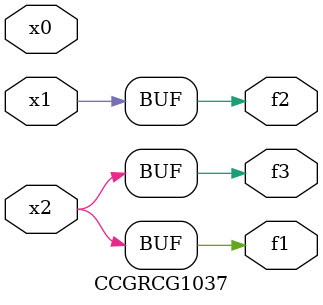
<source format=v>
module CCGRCG1037(
	input x0, x1, x2,
	output f1, f2, f3
);
	assign f1 = x2;
	assign f2 = x1;
	assign f3 = x2;
endmodule

</source>
